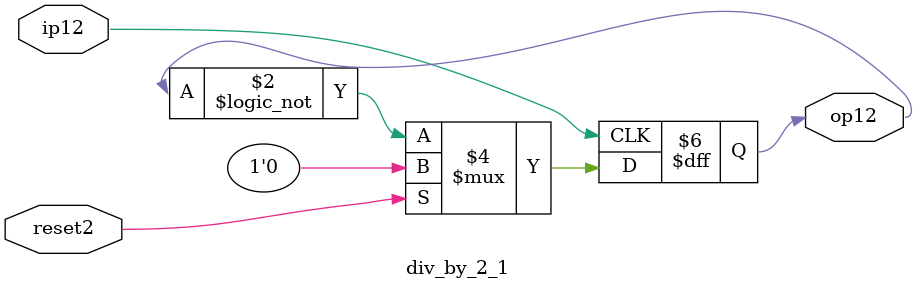
<source format=v>
module  div_by_2( reset, ip1, op1);
input ip1;
input reset;
output op1;
reg op1;

always @(posedge ip1)
begin
	if(reset)
		begin
			op1<=1'b0;
		end
	else

		begin
			op1<= !op1;
		end

end
endmodule
module  div_by_2_2( reset1, ip11, op11);
input ip11;
input reset1;
output op11;
reg op11;

always @(posedge ip11)
begin
	if(reset1)
		begin
			op11<=1'b0;
		end
	else

		begin
			op11<= !op11;
		end

end
endmodule
module  div_by_2_1( reset2, ip12, op12);
input ip12;
input reset2;
output op12;
reg op12;

always @(posedge ip12)
begin
	if(reset2)
		begin
			op12<=1'b0;
		end
	else

		begin
			op12<= !op12;
		end

end
endmodule

</source>
